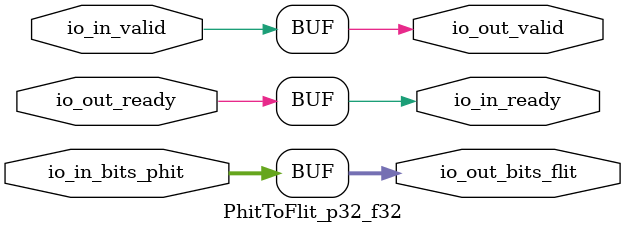
<source format=sv>
module PhitToFlit_p32_f32(	// @[generators/testchipip/src/main/scala/serdes/Serdes.scala:103:7]
  output        io_in_ready,	// @[generators/testchipip/src/main/scala/serdes/Serdes.scala:105:14]
  input         io_in_valid,	// @[generators/testchipip/src/main/scala/serdes/Serdes.scala:105:14]
  input  [31:0] io_in_bits_phit,	// @[generators/testchipip/src/main/scala/serdes/Serdes.scala:105:14]
  input         io_out_ready,	// @[generators/testchipip/src/main/scala/serdes/Serdes.scala:105:14]
  output        io_out_valid,	// @[generators/testchipip/src/main/scala/serdes/Serdes.scala:105:14]
  output [31:0] io_out_bits_flit	// @[generators/testchipip/src/main/scala/serdes/Serdes.scala:105:14]
);

  assign io_in_ready = io_out_ready;	// @[generators/testchipip/src/main/scala/serdes/Serdes.scala:103:7]
  assign io_out_valid = io_in_valid;	// @[generators/testchipip/src/main/scala/serdes/Serdes.scala:103:7]
  assign io_out_bits_flit = io_in_bits_phit;	// @[generators/testchipip/src/main/scala/serdes/Serdes.scala:103:7]
endmodule


</source>
